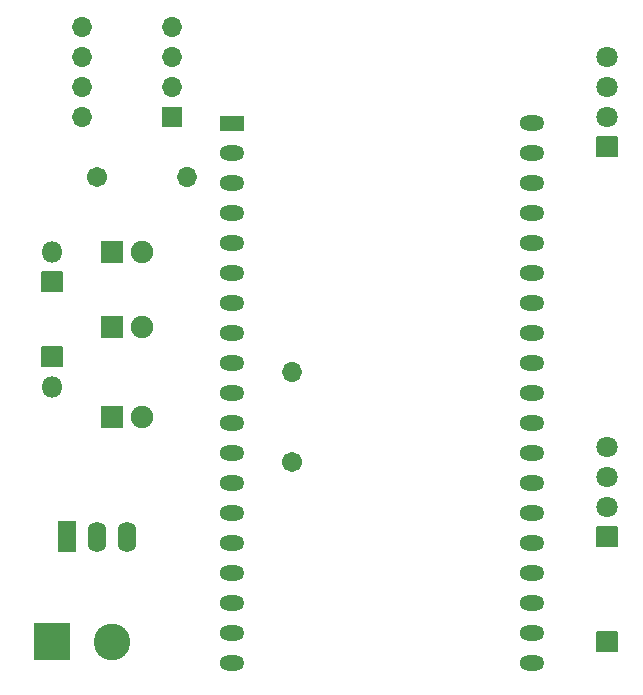
<source format=gbr>
%TF.GenerationSoftware,KiCad,Pcbnew,5.1.10-88a1d61d58~88~ubuntu20.10.1*%
%TF.CreationDate,2021-07-06T11:57:07+02:00*%
%TF.ProjectId,n2k_meteo_gps,65766f5f-6170-42e6-9b69-6361645f7063,rev?*%
%TF.SameCoordinates,Original*%
%TF.FileFunction,Soldermask,Bot*%
%TF.FilePolarity,Negative*%
%FSLAX46Y46*%
G04 Gerber Fmt 4.6, Leading zero omitted, Abs format (unit mm)*
G04 Created by KiCad (PCBNEW 5.1.10-88a1d61d58~88~ubuntu20.10.1) date 2021-07-06 11:57:07*
%MOMM*%
%LPD*%
G01*
G04 APERTURE LIST*
%ADD10C,3.102000*%
%ADD11O,1.802000X1.802000*%
%ADD12O,1.702000X1.702000*%
%ADD13O,1.602000X2.602000*%
%ADD14O,2.102000X1.302000*%
%ADD15C,1.702000*%
%ADD16C,1.802000*%
%ADD17C,1.902000*%
G04 APERTURE END LIST*
D10*
%TO.C,J3*%
X31750000Y-82550000D03*
G36*
G01*
X25119000Y-84050000D02*
X25119000Y-81050000D01*
G75*
G02*
X25170000Y-80999000I51000J0D01*
G01*
X28170000Y-80999000D01*
G75*
G02*
X28221000Y-81050000I0J-51000D01*
G01*
X28221000Y-84050000D01*
G75*
G02*
X28170000Y-84101000I-51000J0D01*
G01*
X25170000Y-84101000D01*
G75*
G02*
X25119000Y-84050000I0J51000D01*
G01*
G37*
%TD*%
D11*
%TO.C,J4*%
X26670000Y-60960000D03*
G36*
G01*
X25769000Y-59270000D02*
X25769000Y-57570000D01*
G75*
G02*
X25820000Y-57519000I51000J0D01*
G01*
X27520000Y-57519000D01*
G75*
G02*
X27571000Y-57570000I0J-51000D01*
G01*
X27571000Y-59270000D01*
G75*
G02*
X27520000Y-59321000I-51000J0D01*
G01*
X25820000Y-59321000D01*
G75*
G02*
X25769000Y-59270000I0J51000D01*
G01*
G37*
%TD*%
%TO.C,J1*%
X26670000Y-49530000D03*
G36*
G01*
X27571000Y-51220000D02*
X27571000Y-52920000D01*
G75*
G02*
X27520000Y-52971000I-51000J0D01*
G01*
X25820000Y-52971000D01*
G75*
G02*
X25769000Y-52920000I0J51000D01*
G01*
X25769000Y-51220000D01*
G75*
G02*
X25820000Y-51169000I51000J0D01*
G01*
X27520000Y-51169000D01*
G75*
G02*
X27571000Y-51220000I0J-51000D01*
G01*
G37*
%TD*%
D12*
%TO.C,U3*%
X29210000Y-38100000D03*
X36830000Y-30480000D03*
X29210000Y-35560000D03*
X36830000Y-33020000D03*
X29210000Y-33020000D03*
X36830000Y-35560000D03*
X29210000Y-30480000D03*
G36*
G01*
X37681000Y-37300000D02*
X37681000Y-38900000D01*
G75*
G02*
X37630000Y-38951000I-51000J0D01*
G01*
X36030000Y-38951000D01*
G75*
G02*
X35979000Y-38900000I0J51000D01*
G01*
X35979000Y-37300000D01*
G75*
G02*
X36030000Y-37249000I51000J0D01*
G01*
X37630000Y-37249000D01*
G75*
G02*
X37681000Y-37300000I0J-51000D01*
G01*
G37*
%TD*%
D13*
%TO.C,U2*%
X33020000Y-73660000D03*
X30480000Y-73660000D03*
G36*
G01*
X27139000Y-74910000D02*
X27139000Y-72410000D01*
G75*
G02*
X27190000Y-72359000I51000J0D01*
G01*
X28690000Y-72359000D01*
G75*
G02*
X28741000Y-72410000I0J-51000D01*
G01*
X28741000Y-74910000D01*
G75*
G02*
X28690000Y-74961000I-51000J0D01*
G01*
X27190000Y-74961000D01*
G75*
G02*
X27139000Y-74910000I0J51000D01*
G01*
G37*
%TD*%
D14*
%TO.C,U1*%
X67310000Y-84380000D03*
X67310000Y-81840000D03*
X67310000Y-79300000D03*
X67310000Y-76760000D03*
X67310000Y-74220000D03*
X67310000Y-71680000D03*
X67310000Y-69140000D03*
X67310000Y-66600000D03*
X67310000Y-64060000D03*
X67310000Y-61520000D03*
X67310000Y-58980000D03*
X67310000Y-56440000D03*
X67310000Y-53900000D03*
X67310000Y-51360000D03*
X67310000Y-48820000D03*
X67310000Y-46280000D03*
X67310000Y-43740000D03*
X67310000Y-41200000D03*
X67310000Y-38660000D03*
X41910000Y-84380000D03*
X41910000Y-81840000D03*
X41910000Y-79300000D03*
X41910000Y-76760000D03*
X41910000Y-74220000D03*
X41910000Y-71680000D03*
X41910000Y-69140000D03*
X41910000Y-66600000D03*
X41910000Y-64060000D03*
X41910000Y-61520000D03*
X41910000Y-58980000D03*
X41910000Y-56440000D03*
X41910000Y-53900000D03*
X41910000Y-51360000D03*
X41910000Y-48820000D03*
X41910000Y-46280000D03*
X41910000Y-43740000D03*
X41910000Y-41200000D03*
G36*
G01*
X40859000Y-39260001D02*
X40859000Y-38059999D01*
G75*
G02*
X40909999Y-38009000I50999J0D01*
G01*
X42910001Y-38009000D01*
G75*
G02*
X42961000Y-38059999I0J-50999D01*
G01*
X42961000Y-39260001D01*
G75*
G02*
X42910001Y-39311000I-50999J0D01*
G01*
X40909999Y-39311000D01*
G75*
G02*
X40859000Y-39260001I0J50999D01*
G01*
G37*
%TD*%
D12*
%TO.C,R2*%
X46990000Y-59690000D03*
D15*
X46990000Y-67310000D03*
%TD*%
D16*
%TO.C,J2*%
X73660000Y-33020000D03*
X73660000Y-35560000D03*
X73660000Y-38100000D03*
G36*
G01*
X74561000Y-39790000D02*
X74561000Y-41490000D01*
G75*
G02*
X74510000Y-41541000I-51000J0D01*
G01*
X72810000Y-41541000D01*
G75*
G02*
X72759000Y-41490000I0J51000D01*
G01*
X72759000Y-39790000D01*
G75*
G02*
X72810000Y-39739000I51000J0D01*
G01*
X74510000Y-39739000D01*
G75*
G02*
X74561000Y-39790000I0J-51000D01*
G01*
G37*
X73660000Y-66040000D03*
X73660000Y-68580000D03*
X73660000Y-71120000D03*
G36*
G01*
X74561000Y-72810000D02*
X74561000Y-74510000D01*
G75*
G02*
X74510000Y-74561000I-51000J0D01*
G01*
X72810000Y-74561000D01*
G75*
G02*
X72759000Y-74510000I0J51000D01*
G01*
X72759000Y-72810000D01*
G75*
G02*
X72810000Y-72759000I51000J0D01*
G01*
X74510000Y-72759000D01*
G75*
G02*
X74561000Y-72810000I0J-51000D01*
G01*
G37*
%TD*%
%TO.C,J5*%
G36*
G01*
X72759000Y-83400000D02*
X72759000Y-81700000D01*
G75*
G02*
X72810000Y-81649000I51000J0D01*
G01*
X74510000Y-81649000D01*
G75*
G02*
X74561000Y-81700000I0J-51000D01*
G01*
X74561000Y-83400000D01*
G75*
G02*
X74510000Y-83451000I-51000J0D01*
G01*
X72810000Y-83451000D01*
G75*
G02*
X72759000Y-83400000I0J51000D01*
G01*
G37*
%TD*%
D12*
%TO.C,R1*%
X38100000Y-43180000D03*
D15*
X30480000Y-43180000D03*
%TD*%
D17*
%TO.C,D3*%
X34290000Y-49530000D03*
G36*
G01*
X30799000Y-50430000D02*
X30799000Y-48630000D01*
G75*
G02*
X30850000Y-48579000I51000J0D01*
G01*
X32650000Y-48579000D01*
G75*
G02*
X32701000Y-48630000I0J-51000D01*
G01*
X32701000Y-50430000D01*
G75*
G02*
X32650000Y-50481000I-51000J0D01*
G01*
X30850000Y-50481000D01*
G75*
G02*
X30799000Y-50430000I0J51000D01*
G01*
G37*
%TD*%
%TO.C,D2*%
X34290000Y-63500000D03*
G36*
G01*
X30799000Y-64400000D02*
X30799000Y-62600000D01*
G75*
G02*
X30850000Y-62549000I51000J0D01*
G01*
X32650000Y-62549000D01*
G75*
G02*
X32701000Y-62600000I0J-51000D01*
G01*
X32701000Y-64400000D01*
G75*
G02*
X32650000Y-64451000I-51000J0D01*
G01*
X30850000Y-64451000D01*
G75*
G02*
X30799000Y-64400000I0J51000D01*
G01*
G37*
%TD*%
%TO.C,D1*%
X34290000Y-55880000D03*
G36*
G01*
X30799000Y-56780000D02*
X30799000Y-54980000D01*
G75*
G02*
X30850000Y-54929000I51000J0D01*
G01*
X32650000Y-54929000D01*
G75*
G02*
X32701000Y-54980000I0J-51000D01*
G01*
X32701000Y-56780000D01*
G75*
G02*
X32650000Y-56831000I-51000J0D01*
G01*
X30850000Y-56831000D01*
G75*
G02*
X30799000Y-56780000I0J51000D01*
G01*
G37*
%TD*%
M02*

</source>
